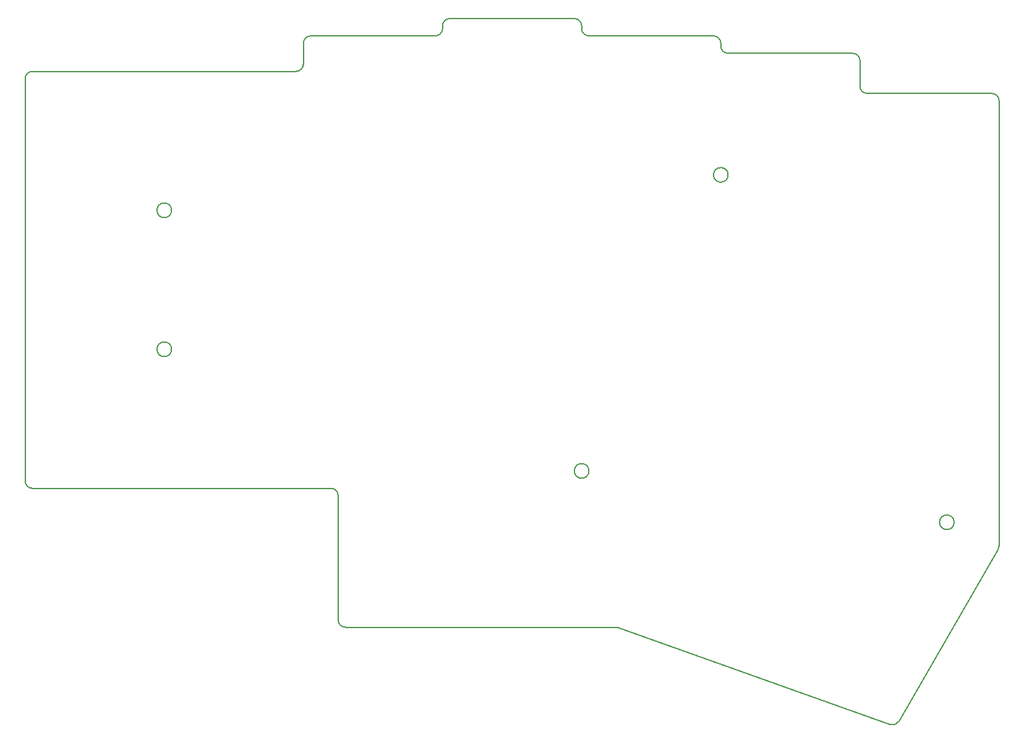
<source format=gm1>
G04 #@! TF.GenerationSoftware,KiCad,Pcbnew,(5.0.2)-1*
G04 #@! TF.CreationDate,2019-09-16T13:18:50-07:00*
G04 #@! TF.ProjectId,bottom,626f7474-6f6d-42e6-9b69-6361645f7063,rev?*
G04 #@! TF.SameCoordinates,Original*
G04 #@! TF.FileFunction,Profile,NP*
%FSLAX46Y46*%
G04 Gerber Fmt 4.6, Leading zero omitted, Abs format (unit mm)*
G04 Created by KiCad (PCBNEW (5.0.2)-1) date 2019-09-16 1:18:50 PM*
%MOMM*%
%LPD*%
G01*
G04 APERTURE LIST*
%ADD10C,0.200000*%
G04 APERTURE END LIST*
D10*
X125550050Y-55777089D02*
G75*
G02X125416062Y-56277112I-1000000J0D01*
G01*
X111823992Y-79817806D02*
G75*
G02X110622311Y-80259763I-866012J500023D01*
G01*
X105500050Y11766700D02*
G75*
G02X106500050Y10766700I0J-1000000D01*
G01*
X107500050Y6266700D02*
G75*
G02X106500050Y7266700I0J1000000D01*
G01*
X72989151Y-66911000D02*
G75*
G02X73324820Y-66969020I0J-1000000D01*
G01*
X86450137Y14148000D02*
G75*
G02X87450137Y13147937I0J-1000000D01*
G01*
X34062000Y-47861000D02*
G75*
G02X35062000Y-48861000I0J-1000000D01*
G01*
X124550050Y6266700D02*
G75*
G02X125550050Y5266700I0J-1000000D01*
G01*
X88450113Y11766700D02*
G75*
G02X87450113Y12766763I0J1000000D01*
G01*
X-6799750Y-47861000D02*
G75*
G02X-7799750Y-46861000I0J1000000D01*
G01*
X36062000Y-66911000D02*
G75*
G02X35062000Y-65911000I0J1000000D01*
G01*
X49350200Y15528500D02*
G75*
G02X50350200Y16528500I1000000J0D01*
G01*
X49350200Y15148000D02*
G75*
G02X48350200Y14148000I-1000000J0D01*
G01*
X105500050Y11766700D02*
X88450113Y11766700D01*
X30300200Y10289000D02*
G75*
G02X29300200Y9289000I-1000000J0D01*
G01*
X-6799750Y-47861000D02*
X34062000Y-47861000D01*
X68400200Y15148000D02*
X68400200Y15528500D01*
X67400200Y16528500D02*
X50350200Y16528500D01*
X30300200Y13148000D02*
G75*
G02X31300200Y14148000I1000000J0D01*
G01*
X-7799750Y8289000D02*
G75*
G02X-6799750Y9289000I1000000J0D01*
G01*
X36062000Y-66911000D02*
X72989151Y-66911000D01*
X111823992Y-79817807D02*
X125416062Y-56277112D01*
X124550050Y6266700D02*
X107500050Y6266700D01*
X106500050Y7266700D02*
X106500050Y10766700D01*
X87450113Y12766763D02*
X87450137Y13147937D01*
X48350200Y14148000D02*
X31300200Y14148000D01*
X30300200Y13148000D02*
X30300200Y10289000D01*
X86450137Y14148000D02*
X69400200Y14148000D01*
X67400200Y16528500D02*
G75*
G02X68400200Y15528500I0J-1000000D01*
G01*
X49350200Y15528500D02*
X49350200Y15148000D01*
X35062000Y-48861000D02*
X35062000Y-65911000D01*
X73324820Y-66969020D02*
X110622311Y-80259763D01*
X125550050Y-55777089D02*
X125550050Y5266700D01*
X69400200Y14148000D02*
G75*
G02X68400200Y15148000I0J1000000D01*
G01*
X29300200Y9289000D02*
X-6799750Y9289000D01*
X-7799750Y8289000D02*
X-7799750Y-46861000D01*
X88450200Y-4902000D02*
G75*
G03X88450200Y-4902000I-1000000J0D01*
G01*
X119406050Y-52527300D02*
G75*
G03X119406050Y-52527300I-1000000J0D01*
G01*
X12250250Y-9761000D02*
G75*
G03X12250250Y-9761000I-1000000J0D01*
G01*
X12250250Y-28811000D02*
G75*
G03X12250250Y-28811000I-1000000J0D01*
G01*
X69400000Y-45480000D02*
G75*
G03X69400000Y-45480000I-1000000J0D01*
G01*
M02*

</source>
